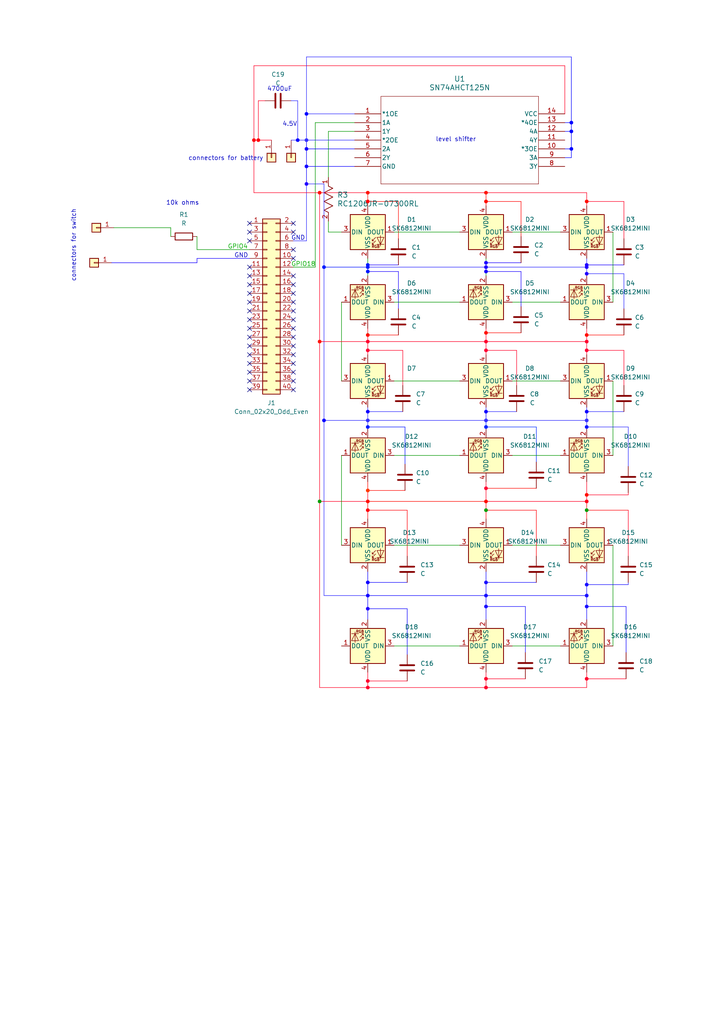
<source format=kicad_sch>
(kicad_sch (version 20230121) (generator eeschema)
  (paper "A4" portrait)
  (lib_symbols
    (symbol "Connector_Generic:Conn_01x01" (pin_names (offset 1.016) hide)
      (property "Reference" "J" (at 0 2.54 0))
      (property "Value" "Conn_01x01" (at 0 -2.54 0))
      (symbol "Conn_01x01_1_1"
        (rectangle (start -1.27 0.127) (end 0 -0.127) (stroke (width 0.1524)))
        (rectangle (start -1.27 1.27) (end 1.27 -1.27) (stroke (width 0.254)) (fill (type background)))
        (pin passive line (at -5.08 0 0) (length 3.81) (name "Pin_1") (number "1"))
      )
    )
    (symbol "Connector_Generic:Conn_02x20_Odd_Even" (pin_names (offset 1.016) hide)
      (property "Reference" "J" (at 1.27 25.4 0))
      (property "Value" "Conn_02x20_Odd_Even" (at 1.27 -27.94 0))
      (symbol "Conn_02x20_Odd_Even_1_1"
        (rectangle (start -1.27 -25.273) (end 0 -25.527) (stroke (width 0.1524)))
        (rectangle (start -1.27 -22.733) (end 0 -22.987) (stroke (width 0.1524)))
        (rectangle (start -1.27 -20.193) (end 0 -20.447) (stroke (width 0.1524)))
        (rectangle (start -1.27 -17.653) (end 0 -17.907) (stroke (width 0.1524)))
        (rectangle (start -1.27 -15.113) (end 0 -15.367) (stroke (width 0.1524)))
        (rectangle (start -1.27 -12.573) (end 0 -12.827) (stroke (width 0.1524)))
        (rectangle (start -1.27 -10.033) (end 0 -10.287) (stroke (width 0.1524)))
        (rectangle (start -1.27 -7.493) (end 0 -7.747) (stroke (width 0.1524)))
        (rectangle (start -1.27 -4.953) (end 0 -5.207) (stroke (width 0.1524)))
        (rectangle (start -1.27 -2.413) (end 0 -2.667) (stroke (width 0.1524)))
        (rectangle (start -1.27 0.127) (end 0 -0.127) (stroke (width 0.1524)))
        (rectangle (start -1.27 2.667) (end 0 2.413) (stroke (width 0.1524)))
        (rectangle (start -1.27 5.207) (end 0 4.953) (stroke (width 0.1524)))
        (rectangle (start -1.27 7.747) (end 0 7.493) (stroke (width 0.1524)))
        (rectangle (start -1.27 10.287) (end 0 10.033) (stroke (width 0.1524)))
        (rectangle (start -1.27 12.827) (end 0 12.573) (stroke (width 0.1524)))
        (rectangle (start -1.27 15.367) (end 0 15.113) (stroke (width 0.1524)))
        (rectangle (start -1.27 17.907) (end 0 17.653) (stroke (width 0.1524)))
        (rectangle (start -1.27 20.447) (end 0 20.193) (stroke (width 0.1524)))
        (rectangle (start -1.27 22.987) (end 0 22.733) (stroke (width 0.1524)))
        (rectangle (start -1.27 24.13) (end 3.81 -26.67) (stroke (width 0.254)) (fill (type background)))
        (rectangle (start 3.81 -25.273) (end 2.54 -25.527) (stroke (width 0.1524)))
        (rectangle (start 3.81 -22.733) (end 2.54 -22.987) (stroke (width 0.1524)))
        (rectangle (start 3.81 -20.193) (end 2.54 -20.447) (stroke (width 0.1524)))
        (rectangle (start 3.81 -17.653) (end 2.54 -17.907) (stroke (width 0.1524)))
        (rectangle (start 3.81 -15.113) (end 2.54 -15.367) (stroke (width 0.1524)))
        (rectangle (start 3.81 -12.573) (end 2.54 -12.827) (stroke (width 0.1524)))
        (rectangle (start 3.81 -10.033) (end 2.54 -10.287) (stroke (width 0.1524)))
        (rectangle (start 3.81 -7.493) (end 2.54 -7.747) (stroke (width 0.1524)))
        (rectangle (start 3.81 -4.953) (end 2.54 -5.207) (stroke (width 0.1524)))
        (rectangle (start 3.81 -2.413) (end 2.54 -2.667) (stroke (width 0.1524)))
        (rectangle (start 3.81 0.127) (end 2.54 -0.127) (stroke (width 0.1524)))
        (rectangle (start 3.81 2.667) (end 2.54 2.413) (stroke (width 0.1524)))
        (rectangle (start 3.81 5.207) (end 2.54 4.953) (stroke (width 0.1524)))
        (rectangle (start 3.81 7.747) (end 2.54 7.493) (stroke (width 0.1524)))
        (rectangle (start 3.81 10.287) (end 2.54 10.033) (stroke (width 0.1524)))
        (rectangle (start 3.81 12.827) (end 2.54 12.573) (stroke (width 0.1524)))
        (rectangle (start 3.81 15.367) (end 2.54 15.113) (stroke (width 0.1524)))
        (rectangle (start 3.81 17.907) (end 2.54 17.653) (stroke (width 0.1524)))
        (rectangle (start 3.81 20.447) (end 2.54 20.193) (stroke (width 0.1524)))
        (rectangle (start 3.81 22.987) (end 2.54 22.733) (stroke (width 0.1524)))
        (pin passive line (at -5.08 22.86 0) (length 3.81) (name "Pin_1") (number "1"))
        (pin passive line (at 7.62 12.7 180) (length 3.81) (name "Pin_10") (number "10"))
        (pin passive line (at -5.08 10.16 0) (length 3.81) (name "Pin_11") (number "11"))
        (pin passive line (at 7.62 10.16 180) (length 3.81) (name "Pin_12") (number "12"))
        (pin passive line (at -5.08 7.62 0) (length 3.81) (name "Pin_13") (number "13"))
        (pin passive line (at 7.62 7.62 180) (length 3.81) (name "Pin_14") (number "14"))
        (pin passive line (at -5.08 5.08 0) (length 3.81) (name "Pin_15") (number "15"))
        (pin passive line (at 7.62 5.08 180) (length 3.81) (name "Pin_16") (number "16"))
        (pin passive line (at -5.08 2.54 0) (length 3.81) (name "Pin_17") (number "17"))
        (pin passive line (at 7.62 2.54 180) (length 3.81) (name "Pin_18") (number "18"))
        (pin passive line (at -5.08 0 0) (length 3.81) (name "Pin_19") (number "19"))
        (pin passive line (at 7.62 22.86 180) (length 3.81) (name "Pin_2") (number "2"))
        (pin passive line (at 7.62 0 180) (length 3.81) (name "Pin_20") (number "20"))
        (pin passive line (at -5.08 -2.54 0) (length 3.81) (name "Pin_21") (number "21"))
        (pin passive line (at 7.62 -2.54 180) (length 3.81) (name "Pin_22") (number "22"))
        (pin passive line (at -5.08 -5.08 0) (length 3.81) (name "Pin_23") (number "23"))
        (pin passive line (at 7.62 -5.08 180) (length 3.81) (name "Pin_24") (number "24"))
        (pin passive line (at -5.08 -7.62 0) (length 3.81) (name "Pin_25") (number "25"))
        (pin passive line (at 7.62 -7.62 180) (length 3.81) (name "Pin_26") (number "26"))
        (pin passive line (at -5.08 -10.16 0) (length 3.81) (name "Pin_27") (number "27"))
        (pin passive line (at 7.62 -10.16 180) (length 3.81) (name "Pin_28") (number "28"))
        (pin passive line (at -5.08 -12.7 0) (length 3.81) (name "Pin_29") (number "29"))
        (pin passive line (at -5.08 20.32 0) (length 3.81) (name "Pin_3") (number "3"))
        (pin passive line (at 7.62 -12.7 180) (length 3.81) (name "Pin_30") (number "30"))
        (pin passive line (at -5.08 -15.24 0) (length 3.81) (name "Pin_31") (number "31"))
        (pin passive line (at 7.62 -15.24 180) (length 3.81) (name "Pin_32") (number "32"))
        (pin passive line (at -5.08 -17.78 0) (length 3.81) (name "Pin_33") (number "33"))
        (pin passive line (at 7.62 -17.78 180) (length 3.81) (name "Pin_34") (number "34"))
        (pin passive line (at -5.08 -20.32 0) (length 3.81) (name "Pin_35") (number "35"))
        (pin passive line (at 7.62 -20.32 180) (length 3.81) (name "Pin_36") (number "36"))
        (pin passive line (at -5.08 -22.86 0) (length 3.81) (name "Pin_37") (number "37"))
        (pin passive line (at 7.62 -22.86 180) (length 3.81) (name "Pin_38") (number "38"))
        (pin passive line (at -5.08 -25.4 0) (length 3.81) (name "Pin_39") (number "39"))
        (pin passive line (at 7.62 20.32 180) (length 3.81) (name "Pin_4") (number "4"))
        (pin passive line (at 7.62 -25.4 180) (length 3.81) (name "Pin_40") (number "40"))
        (pin passive line (at -5.08 17.78 0) (length 3.81) (name "Pin_5") (number "5"))
        (pin passive line (at 7.62 17.78 180) (length 3.81) (name "Pin_6") (number "6"))
        (pin passive line (at -5.08 15.24 0) (length 3.81) (name "Pin_7") (number "7"))
        (pin passive line (at 7.62 15.24 180) (length 3.81) (name "Pin_8") (number "8"))
        (pin passive line (at -5.08 12.7 0) (length 3.81) (name "Pin_9") (number "9"))
      )
    )
    (symbol "Device:C" (pin_numbers hide) (pin_names (offset 0.254))
      (property "Reference" "C" (at 0.635 2.54 0))
      (property "Value" "C" (at 0.635 -2.54 0))
      (symbol "C_0_1"
        (polyline (pts (xy -2.032 -0.762) (xy 2.032 -0.762)) (stroke (width 0.508)))
        (polyline (pts (xy -2.032 0.762) (xy 2.032 0.762)) (stroke (width 0.508)))
      )
      (symbol "C_1_1"
        (pin passive line (at 0 3.81 270) (length 2.794) (name "~") (number "1"))
        (pin passive line (at 0 -3.81 90) (length 2.794) (name "~") (number "2"))
      )
    )
    (symbol "Device:R" (pin_numbers hide) (pin_names (offset 0))
      (property "Reference" "R" (at 2.032 0 90))
      (property "Value" "R" (at 0 0 90))
      (symbol "R_0_1"
        (rectangle (start -1.016 -2.54) (end 1.016 2.54) (stroke (width 0.254)))
      )
      (symbol "R_1_1"
        (pin passive line (at 0 3.81 270) (length 1.27) (name "~") (number "1"))
        (pin passive line (at 0 -3.81 90) (length 1.27) (name "~") (number "2"))
      )
    )
    (symbol "LED:SK6812MINI" (pin_names (offset 0.254))
      (property "Reference" "D" (at 5.08 5.715 0))
      (property "Value" "SK6812MINI" (at 1.27 -5.715 0))
      (symbol "SK6812MINI_0_0"
        (text "RGB" (at 2.286 -4.191 0) (effects (font (size 0.762 0.762))))
      )
      (symbol "SK6812MINI_0_1"
        (polyline (pts (xy 1.27 -3.556) (xy 1.778 -3.556)))
        (polyline (pts (xy 1.27 -2.54) (xy 1.778 -2.54)))
        (polyline (pts (xy 4.699 -3.556) (xy 2.667 -3.556)))
        (polyline (pts (xy 2.286 -2.54) (xy 1.27 -3.556) (xy 1.27 -3.048)))
        (polyline (pts (xy 2.286 -1.524) (xy 1.27 -2.54) (xy 1.27 -2.032)))
        (polyline (pts (xy 3.683 -1.016) (xy 3.683 -3.556) (xy 3.683 -4.064)))
        (polyline (pts (xy 4.699 -1.524) (xy 2.667 -1.524) (xy 3.683 -3.556) (xy 4.699 -1.524)))
        (rectangle (start 5.08 5.08) (end -5.08 -5.08) (stroke (width 0.254)) (fill (type background)))
      )
      (symbol "SK6812MINI_1_1"
        (pin output line (at 7.62 0 180) (length 2.54) (name "DOUT") (number "1"))
        (pin power_in line (at 0 -7.62 90) (length 2.54) (name "VSS") (number "2"))
        (pin input line (at -7.62 0 0) (length 2.54) (name "DIN") (number "3"))
        (pin power_in line (at 0 7.62 270) (length 2.54) (name "VDD") (number "4"))
      )
    )
    (symbol "RC1206JR-07300RL:RC1206JR-07300RL" (pin_names (offset 0.254))
      (property "Reference" "R" (at 5.715 3.81 0))
      (property "Value" "RC1206JR-07300RL" (at 6.35 -3.81 0))
      (symbol "RC1206JR-07300RL_1_1"
        (polyline (pts (xy 2.54 0) (xy 3.175 1.27)) (stroke (width 0.2032)))
        (polyline (pts (xy 3.175 1.27) (xy 4.445 -1.27)) (stroke (width 0.2032)))
        (polyline (pts (xy 4.445 -1.27) (xy 5.715 1.27)) (stroke (width 0.2032)))
        (polyline (pts (xy 5.715 1.27) (xy 6.985 -1.27)) (stroke (width 0.2032)))
        (polyline (pts (xy 6.985 -1.27) (xy 8.255 1.27)) (stroke (width 0.2032)))
        (polyline (pts (xy 8.255 1.27) (xy 9.525 -1.27)) (stroke (width 0.2032)))
        (polyline (pts (xy 9.525 -1.27) (xy 10.16 0)) (stroke (width 0.2032)))
        (pin unspecified line (at 12.7 0 180) (length 2.54) (name "") (number "1"))
        (pin unspecified line (at 0 0 0) (length 2.54) (name "") (number "2"))
      )
      (symbol "RC1206JR-07300RL_1_2"
        (polyline (pts (xy -1.27 3.175) (xy 1.27 4.445)) (stroke (width 0.2032)))
        (polyline (pts (xy -1.27 5.715) (xy 1.27 6.985)) (stroke (width 0.2032)))
        (polyline (pts (xy -1.27 8.255) (xy 1.27 9.525)) (stroke (width 0.2032)))
        (polyline (pts (xy 0 2.54) (xy -1.27 3.175)) (stroke (width 0.2032)))
        (polyline (pts (xy 1.27 4.445) (xy -1.27 5.715)) (stroke (width 0.2032)))
        (polyline (pts (xy 1.27 6.985) (xy -1.27 8.255)) (stroke (width 0.2032)))
        (polyline (pts (xy 1.27 9.525) (xy 0 10.16)) (stroke (width 0.2032)))
        (pin unspecified line (at 0 12.7 270) (length 2.54) (name "") (number "1"))
        (pin unspecified line (at 0 0 90) (length 2.54) (name "") (number "2"))
      )
    )
    (symbol "SN74AHCT125N:SN74AHCT125N" (pin_names (offset 0.254))
      (property "Reference" "U" (at 30.48 10.16 0))
      (property "Value" "SN74AHCT125N" (at 30.48 7.62 0))
      (symbol "SN74AHCT125N_0_1"
        (polyline (pts (xy 7.62 -20.32) (xy 53.34 -20.32)) (stroke (width 0.127)))
        (polyline (pts (xy 7.62 5.08) (xy 7.62 -20.32)) (stroke (width 0.127)))
        (polyline (pts (xy 53.34 -20.32) (xy 53.34 5.08)) (stroke (width 0.127)))
        (polyline (pts (xy 53.34 5.08) (xy 7.62 5.08)) (stroke (width 0.127)))
        (pin input line (at 0 0 0) (length 7.62) (name "*1OE") (number "1"))
        (pin input line (at 60.96 -10.16 180) (length 7.62) (name "*3OE") (number "10"))
        (pin unspecified line (at 60.96 -7.62 180) (length 7.62) (name "4Y") (number "11"))
        (pin input line (at 60.96 -5.08 180) (length 7.62) (name "4A") (number "12"))
        (pin input line (at 60.96 -2.54 180) (length 7.62) (name "*4OE") (number "13"))
        (pin power_in line (at 60.96 0 180) (length 7.62) (name "VCC") (number "14"))
        (pin input line (at 0 -2.54 0) (length 7.62) (name "1A") (number "2"))
        (pin unspecified line (at 0 -5.08 0) (length 7.62) (name "1Y") (number "3"))
        (pin input line (at 0 -7.62 0) (length 7.62) (name "*2OE") (number "4"))
        (pin input line (at 0 -10.16 0) (length 7.62) (name "2A") (number "5"))
        (pin unspecified line (at 0 -12.7 0) (length 7.62) (name "2Y") (number "6"))
        (pin power_in line (at 0 -15.24 0) (length 7.62) (name "GND") (number "7"))
        (pin unspecified line (at 60.96 -15.24 180) (length 7.62) (name "3Y") (number "8"))
        (pin input line (at 60.96 -12.7 180) (length 7.62) (name "3A") (number "9"))
      )
    )
  )
  (junction (at 106.68 123.825) (color 0 18 255 1))
  (junction (at 88.9 48.26) (color 10 0 255 1))
  (junction (at 170.18 119.38) (color 8 0 255 1))
  (junction (at 140.97 77.47) (color 18 0 255 1))
  (junction (at 170.18 147.955))
  (junction (at 140.97 121.92) (color 45 41 255 1))
  (junction (at 106.68 77.47) (color 0 18 255 1))
  (junction (at 74.93 40.64) (color 255 0 6 1))
  (junction (at 106.68 99.06) (color 255 0 39 1))
  (junction (at 140.97 123.825) (color 0 25 255 1))
  (junction (at 93.98 77.47) (color 0 18 255 1))
  (junction (at 106.68 172.72) (color 10 0 255 1))
  (junction (at 140.97 78.74) (color 18 0 255 1))
  (junction (at 140.97 141.605) (color 255 2 43 1))
  (junction (at 140.97 175.895) (color 16 7 255 1))
  (junction (at 106.68 197.485) (color 255 0 37 1))
  (junction (at 106.68 58.42) (color 255 0 4 1))
  (junction (at 170.18 76.835) (color 25 0 255 1))
  (junction (at 140.97 147.955))
  (junction (at 140.97 55.88) (color 255 13 6 1))
  (junction (at 140.97 58.42) (color 255 7 0 1))
  (junction (at 140.97 119.38) (color 8 0 255 1))
  (junction (at 170.18 97.155) (color 255 7 0 1))
  (junction (at 92.71 99.06) (color 255 13 6 1))
  (junction (at 106.68 78.74) (color 0 18 255 1))
  (junction (at 106.68 119.38) (color 8 0 255 1))
  (junction (at 170.18 172.72) (color 16 7 255 1))
  (junction (at 140.97 199.39) (color 255 0 37 1))
  (junction (at 92.71 145.415))
  (junction (at 140.97 96.52) (color 255 7 0 1))
  (junction (at 165.735 43.18) (color 0 0 255 1))
  (junction (at 170.18 123.825) (color 5 12 255 1))
  (junction (at 165.735 38.1) (color 0 0 255 1))
  (junction (at 106.68 145.415) (color 255 7 0 1))
  (junction (at 106.68 55.88) (color 255 13 6 1))
  (junction (at 140.97 168.91) (color 16 7 255 1))
  (junction (at 73.66 40.64) (color 255 0 6 1))
  (junction (at 86.36 40.64) (color 3 2 255 1))
  (junction (at 106.68 168.91) (color 10 0 255 1))
  (junction (at 140.97 99.06) (color 255 0 39 1))
  (junction (at 106.68 199.39) (color 255 0 37 1))
  (junction (at 88.9 33.02) (color 0 0 255 1))
  (junction (at 170.18 196.85) (color 255 0 37 1))
  (junction (at 170.18 79.375) (color 25 0 255 1))
  (junction (at 106.68 76.835) (color 0 18 255 1))
  (junction (at 170.18 101.6) (color 255 0 45 1))
  (junction (at 106.68 121.92) (color 45 41 255 1))
  (junction (at 106.68 176.53) (color 25 0 255 1))
  (junction (at 140.97 196.85) (color 255 0 37 1))
  (junction (at 88.9 53.34) (color 25 0 255 1))
  (junction (at 106.68 142.24) (color 255 49 0 1))
  (junction (at 170.18 121.92) (color 45 41 255 1))
  (junction (at 92.71 55.88) (color 255 13 6 1))
  (junction (at 170.18 145.415) (color 255 0 19 1))
  (junction (at 93.98 121.92) (color 4 0 255 1))
  (junction (at 170.18 169.545) (color 16 7 255 1))
  (junction (at 140.97 76.2) (color 18 0 255 1))
  (junction (at 170.18 99.06) (color 255 0 39 1))
  (junction (at 106.68 101.6) (color 255 0 45 1))
  (junction (at 140.97 101.6) (color 255 0 45 1))
  (junction (at 106.68 147.955) (color 255 0 7 1))
  (junction (at 88.9 40.64) (color 45 41 255 1))
  (junction (at 140.97 145.415) (color 255 7 0 1))
  (junction (at 106.68 97.155) (color 255 7 0 1))
  (junction (at 170.18 143.51) (color 255 7 0 1))
  (junction (at 140.97 172.72) (color 16 7 255 1))
  (junction (at 170.18 175.895) (color 16 7 255 1))
  (junction (at 88.9 43.18) (color 10 0 255 1))
  (junction (at 165.735 35.56) (color 0 0 255 1))
  (junction (at 170.18 58.42) (color 255 7 0 1))
  (junction (at 170.18 77.47) (color 25 0 255 1))
  (no_connect (at 72.39 80.01))
  (no_connect (at 72.39 100.33))
  (no_connect (at 85.09 107.95))
  (no_connect (at 72.39 67.31))
  (no_connect (at 85.09 92.71))
  (no_connect (at 72.39 92.71))
  (no_connect (at 72.39 82.55))
  (no_connect (at 85.09 113.03))
  (no_connect (at 72.39 113.03))
  (no_connect (at 85.09 67.31))
  (no_connect (at 72.39 107.95))
  (no_connect (at 72.39 95.25))
  (no_connect (at 85.09 110.49))
  (no_connect (at 85.09 90.17))
  (no_connect (at 72.39 69.85))
  (no_connect (at 85.09 72.39))
  (no_connect (at 72.39 85.09))
  (no_connect (at 85.09 82.55))
  (no_connect (at 72.39 105.41))
  (no_connect (at 85.09 100.33))
  (no_connect (at 85.09 74.93))
  (no_connect (at 85.09 87.63))
  (no_connect (at 72.39 97.79))
  (no_connect (at 85.09 102.87))
  (no_connect (at 72.39 87.63))
  (no_connect (at 72.39 102.87))
  (no_connect (at 72.39 64.77))
  (no_connect (at 72.39 90.17))
  (no_connect (at 72.39 110.49))
  (no_connect (at 85.09 105.41))
  (no_connect (at 85.09 95.25))
  (no_connect (at 85.09 80.01))
  (no_connect (at 85.09 97.79))
  (no_connect (at 72.39 77.47))
  (no_connect (at 85.09 85.09))
  (no_connect (at 85.09 64.77))
  (wire (pts (xy 140.97 141.605) (xy 140.97 145.415)) (stroke (width 0) (color 255 0 36 1)))
  (wire (pts (xy 140.97 145.415) (xy 170.18 145.415)) (stroke (width 0) (color 255 0 36 1)))
  (wire (pts (xy 88.9 43.18) (xy 88.9 48.26)) (stroke (width 0) (color 10 0 255 1)))
  (wire (pts (xy 85.09 69.85) (xy 88.9 69.85)) (stroke (width 0) (color 45 41 255 1)))
  (wire (pts (xy 140.97 77.47) (xy 140.97 78.74)) (stroke (width 0) (color 18 0 255 1)))
  (wire (pts (xy 73.66 40.64) (xy 73.66 55.88)) (stroke (width 0) (color 255 0 36 1)))
  (wire (pts (xy 88.9 48.26) (xy 102.87 48.26)) (stroke (width 0) (color 10 0 255 1)))
  (wire (pts (xy 85.09 77.47) (xy 91.44 77.47)))
  (wire (pts (xy 88.9 16.51) (xy 165.735 16.51)) (stroke (width 0) (color 45 41 255 1)))
  (wire (pts (xy 140.97 101.6) (xy 149.86 101.6)) (stroke (width 0) (color 255 0 39 1)))
  (wire (pts (xy 106.68 172.72) (xy 140.97 172.72)) (stroke (width 0) (color 16 7 255 1)))
  (wire (pts (xy 148.59 132.08) (xy 162.56 132.08)))
  (wire (pts (xy 140.97 121.92) (xy 170.18 121.92)) (stroke (width 0) (color 45 41 255 1)))
  (wire (pts (xy 170.18 143.51) (xy 182.245 143.51)) (stroke (width 0) (color 255 0 36 1)))
  (wire (pts (xy 170.18 119.38) (xy 170.18 118.11)) (stroke (width 0) (color 45 41 255 1)))
  (wire (pts (xy 106.68 119.38) (xy 116.84 119.38)) (stroke (width 0) (color 45 41 255 1)))
  (wire (pts (xy 106.68 118.11) (xy 106.68 119.38)) (stroke (width 0) (color 45 41 255 1)))
  (wire (pts (xy 170.18 123.825) (xy 182.245 123.825)) (stroke (width 0) (color 45 41 255 1)))
  (wire (pts (xy 106.68 95.25) (xy 106.68 97.155)) (stroke (width 0) (color 255 0 39 1)))
  (wire (pts (xy 88.9 40.64) (xy 88.9 43.18)) (stroke (width 0) (color 10 0 255 1)))
  (wire (pts (xy 73.66 19.05) (xy 73.66 40.64)) (stroke (width 0) (color 255 0 36 1)))
  (wire (pts (xy 114.3 187.325) (xy 133.35 187.325)))
  (wire (pts (xy 170.18 147.955) (xy 182.245 147.955)) (stroke (width 0) (color 255 0 7 1)))
  (wire (pts (xy 106.68 176.53) (xy 106.68 179.705)) (stroke (width 0) (color 10 0 255 1)))
  (wire (pts (xy 88.9 33.02) (xy 102.87 33.02)) (stroke (width 0) (color 45 41 255 1)))
  (wire (pts (xy 170.18 77.47) (xy 170.18 79.375)) (stroke (width 0) (color 45 41 255 1)))
  (wire (pts (xy 155.575 141.605) (xy 140.97 141.605)) (stroke (width 0) (color 255 7 0 1)))
  (wire (pts (xy 117.475 134.62) (xy 117.475 123.825)) (stroke (width 0) (color 0 18 255 1)))
  (wire (pts (xy 140.97 168.91) (xy 140.97 172.72)) (stroke (width 0) (color 16 7 255 1)))
  (wire (pts (xy 140.97 96.52) (xy 151.13 96.52)) (stroke (width 0) (color 255 7 0 1)))
  (wire (pts (xy 32.385 76.2) (xy 57.15 76.2)) (stroke (width 0) (color 20 0 255 1)))
  (wire (pts (xy 115.57 58.42) (xy 115.57 69.215)) (stroke (width 0) (color 255 13 6 1)))
  (wire (pts (xy 102.87 38.1) (xy 95.25 38.1)))
  (wire (pts (xy 88.9 43.18) (xy 102.87 43.18)) (stroke (width 0) (color 10 0 255 1)))
  (wire (pts (xy 140.97 196.85) (xy 152.4 196.85)) (stroke (width 0) (color 255 0 37 1)))
  (wire (pts (xy 106.68 147.955) (xy 106.68 150.495)) (stroke (width 0) (color 255 0 7 1)))
  (wire (pts (xy 106.68 55.88) (xy 106.68 58.42)) (stroke (width 0) (color 255 13 6 1)))
  (wire (pts (xy 140.97 119.38) (xy 149.86 119.38)) (stroke (width 0) (color 45 41 255 1)))
  (wire (pts (xy 106.68 78.74) (xy 115.57 78.74)) (stroke (width 0) (color 25 0 255 1)))
  (wire (pts (xy 114.3 87.63) (xy 133.35 87.63)))
  (wire (pts (xy 163.83 38.1) (xy 165.735 38.1)) (stroke (width 0) (color 0 0 255 1)))
  (wire (pts (xy 93.98 77.47) (xy 106.68 77.47)) (stroke (width 0) (color 0 18 255 1)))
  (wire (pts (xy 106.68 76.835) (xy 106.68 77.47)) (stroke (width 0) (color 0 18 255 1)))
  (wire (pts (xy 106.68 145.415) (xy 140.97 145.415)) (stroke (width 0) (color 255 7 0 1)))
  (wire (pts (xy 170.18 74.93) (xy 170.18 76.835)) (stroke (width 0) (color 45 41 255 1)))
  (wire (pts (xy 99.06 132.08) (xy 99.06 158.115)))
  (wire (pts (xy 140.97 139.7) (xy 140.97 141.605)) (stroke (width 0) (color 255 0 36 1)))
  (wire (pts (xy 93.98 53.34) (xy 93.98 77.47)) (stroke (width 0) (color 45 41 255 1)))
  (wire (pts (xy 165.735 43.18) (xy 165.735 45.72)) (stroke (width 0) (color 0 0 255 1)))
  (wire (pts (xy 93.98 77.47) (xy 93.98 121.92)) (stroke (width 0) (color 45 41 255 1)))
  (wire (pts (xy 106.68 197.485) (xy 118.11 197.485)) (stroke (width 0) (color 255 0 37 1)))
  (wire (pts (xy 114.3 158.115) (xy 133.35 158.115)))
  (wire (pts (xy 148.59 87.63) (xy 162.56 87.63)))
  (wire (pts (xy 140.97 99.06) (xy 140.97 101.6)) (stroke (width 0) (color 255 0 39 1)))
  (wire (pts (xy 73.66 55.88) (xy 92.71 55.88)) (stroke (width 0) (color 255 0 36 1)))
  (wire (pts (xy 170.18 97.155) (xy 170.18 99.06)) (stroke (width 0) (color 255 0 39 1)))
  (wire (pts (xy 106.68 74.93) (xy 106.68 76.835)))
  (wire (pts (xy 114.3 67.31) (xy 133.35 67.31)))
  (wire (pts (xy 170.18 76.835) (xy 170.18 77.47)) (stroke (width 0) (color 25 0 255 1)))
  (wire (pts (xy 106.68 194.945) (xy 106.68 197.485)) (stroke (width 0) (color 255 0 36 1)))
  (wire (pts (xy 148.59 187.325) (xy 162.56 187.325)))
  (wire (pts (xy 117.475 123.825) (xy 106.68 123.825)) (stroke (width 0) (color 0 18 255 1)))
  (wire (pts (xy 95.25 67.31) (xy 99.06 67.31)))
  (wire (pts (xy 170.18 79.375) (xy 180.975 79.375)) (stroke (width 0) (color 45 41 255 1)))
  (wire (pts (xy 106.68 168.91) (xy 106.68 172.72)) (stroke (width 0) (color 10 0 255 1)))
  (wire (pts (xy 106.68 99.06) (xy 140.97 99.06)) (stroke (width 0) (color 255 0 39 1)))
  (wire (pts (xy 106.68 121.92) (xy 140.97 121.92)) (stroke (width 0) (color 45 41 255 1)))
  (wire (pts (xy 140.97 99.06) (xy 170.18 99.06)) (stroke (width 0) (color 255 0 39 1)))
  (wire (pts (xy 73.66 19.05) (xy 163.83 19.05)) (stroke (width 0) (color 255 0 36 1)))
  (wire (pts (xy 165.735 16.51) (xy 165.735 35.56)) (stroke (width 0) (color 0 0 255 1)))
  (wire (pts (xy 170.18 95.25) (xy 170.18 97.155)) (stroke (width 0) (color 255 0 39 1)))
  (wire (pts (xy 106.6292 172.72) (xy 106.68 172.72)) (stroke (width 0) (color 10 0 255 1)))
  (wire (pts (xy 106.68 101.6) (xy 106.68 102.87)) (stroke (width 0) (color 255 0 36 1)))
  (wire (pts (xy 106.68 101.6) (xy 116.84 101.6)) (stroke (width 0) (color 255 0 36 1)))
  (wire (pts (xy 106.68 78.74) (xy 106.68 77.47)) (stroke (width 0) (color 0 18 255 1)))
  (wire (pts (xy 170.18 169.545) (xy 182.245 169.545)) (stroke (width 0) (color 16 7 255 1)))
  (wire (pts (xy 86.36 29.21) (xy 84.455 29.21)) (stroke (width 0) (color 45 41 255 1)))
  (wire (pts (xy 170.18 196.85) (xy 170.18 194.945)) (stroke (width 0) (color 255 0 36 1)))
  (wire (pts (xy 170.18 147.955) (xy 170.18 150.495)) (stroke (width 0) (color 255 0 7 1)))
  (wire (pts (xy 170.18 121.92) (xy 170.18 123.825)) (stroke (width 0) (color 45 41 255 1)))
  (wire (pts (xy 140.97 196.85) (xy 140.97 199.39)) (stroke (width 0) (color 255 0 37 1)))
  (wire (pts (xy 88.9 53.34) (xy 88.9 69.85)) (stroke (width 0) (color 45 41 255 1)))
  (wire (pts (xy 106.68 55.88) (xy 140.97 55.88)) (stroke (width 0) (color 255 0 36 1)))
  (wire (pts (xy 170.18 99.06) (xy 170.18 101.6)) (stroke (width 0) (color 255 0 39 1)))
  (wire (pts (xy 140.97 76.2) (xy 151.13 76.2)) (stroke (width 0) (color 25 0 255 1)))
  (wire (pts (xy 140.97 101.6) (xy 140.97 102.87)) (stroke (width 0) (color 255 0 39 1)))
  (wire (pts (xy 74.93 29.21) (xy 74.93 40.64)) (stroke (width 0) (color 255 0 36 1)))
  (wire (pts (xy 92.71 199.39) (xy 106.68 199.39)) (stroke (width 0) (color 255 0 36 1)))
  (wire (pts (xy 84.455 40.64) (xy 86.36 40.64)) (stroke (width 0) (color 45 41 255 1)))
  (wire (pts (xy 106.68 147.955) (xy 118.11 147.955)) (stroke (width 0) (color 255 0 7 1)))
  (wire (pts (xy 177.8 158.115) (xy 177.8 187.325)))
  (wire (pts (xy 106.68 142.24) (xy 117.475 142.24)) (stroke (width 0) (color 255 7 0 1)))
  (wire (pts (xy 148.59 110.49) (xy 162.56 110.49)))
  (wire (pts (xy 106.68 145.415) (xy 106.68 147.955)) (stroke (width 0) (color 255 0 7 1)))
  (wire (pts (xy 182.245 169.545) (xy 182.245 168.91)) (stroke (width 0) (color 45 41 255 1)))
  (wire (pts (xy 170.18 58.42) (xy 180.975 58.42)) (stroke (width 0) (color 255 0 36 1)))
  (wire (pts (xy 181.61 175.895) (xy 181.61 189.23)) (stroke (width 0) (color 10 0 255 1)))
  (wire (pts (xy 140.97 175.895) (xy 140.97 179.705)) (stroke (width 0) (color 16 7 255 1)))
  (wire (pts (xy 140.97 168.91) (xy 155.575 168.91)) (stroke (width 0) (color 16 7 255 1)))
  (wire (pts (xy 163.83 19.05) (xy 163.83 33.02)) (stroke (width 0) (color 255 0 36 1)))
  (wire (pts (xy 57.15 74.93) (xy 72.39 74.93)) (stroke (width 0) (color 20 0 255 1)))
  (wire (pts (xy 140.97 77.47) (xy 170.18 77.47)) (stroke (width 0) (color 45 41 255 1)))
  (wire (pts (xy 140.97 147.955) (xy 140.97 150.495)) (stroke (width 0) (color 255 0 7 1)))
  (wire (pts (xy 163.83 43.18) (xy 165.735 43.18)) (stroke (width 0) (color 0 0 255 1)))
  (wire (pts (xy 106.68 58.42) (xy 106.68 59.69)) (stroke (width 0) (color 255 13 6 1)))
  (wire (pts (xy 92.71 55.88) (xy 92.71 99.06)) (stroke (width 0) (color 255 0 36 1)))
  (wire (pts (xy 170.18 175.895) (xy 170.18 179.705)) (stroke (width 0) (color 16 7 255 1)))
  (wire (pts (xy 170.18 55.88) (xy 170.18 58.42)) (stroke (width 0) (color 255 0 36 1)))
  (wire (pts (xy 93.98 121.92) (xy 93.98 172.72)) (stroke (width 0) (color 45 41 255 1)))
  (wire (pts (xy 140.97 147.955) (xy 155.575 147.955)) (stroke (width 0) (color 255 0 7 1)))
  (wire (pts (xy 170.18 165.735) (xy 170.18 169.545)) (stroke (width 0) (color 16 7 255 1)))
  (wire (pts (xy 170.18 101.6) (xy 170.18 102.87)) (stroke (width 0) (color 255 0 39 1)))
  (wire (pts (xy 140.97 123.825) (xy 155.575 123.825)) (stroke (width 0) (color 0 41 255 1)))
  (wire (pts (xy 95.25 38.1) (xy 95.25 51.435)))
  (wire (pts (xy 118.11 147.955) (xy 118.11 161.29)) (stroke (width 0) (color 255 0 7 1)))
  (wire (pts (xy 170.18 119.38) (xy 180.975 119.38)) (stroke (width 0) (color 45 41 255 1)))
  (wire (pts (xy 57.15 72.39) (xy 57.15 68.58)))
  (wire (pts (xy 152.4 175.895) (xy 152.4 189.23)) (stroke (width 0) (color 16 7 255 1)))
  (wire (pts (xy 106.68 58.42) (xy 115.57 58.42)) (stroke (width 0) (color 255 7 0 1)))
  (wire (pts (xy 140.97 76.2) (xy 140.97 77.47)) (stroke (width 0) (color 18 0 255 1)))
  (wire (pts (xy 92.71 145.415) (xy 92.71 199.39)) (stroke (width 0) (color 255 0 36 1)))
  (wire (pts (xy 140.97 175.895) (xy 152.4 175.895)) (stroke (width 0) (color 16 7 255 1)))
  (wire (pts (xy 88.9 33.02) (xy 88.9 16.51)) (stroke (width 0) (color 45 41 255 1)))
  (wire (pts (xy 140.97 74.93) (xy 140.97 76.2)))
  (wire (pts (xy 106.68 197.485) (xy 106.68 199.39)) (stroke (width 0) (color 255 0 37 1)))
  (wire (pts (xy 57.15 72.39) (xy 72.39 72.39)))
  (wire (pts (xy 182.245 143.51) (xy 182.245 142.875)) (stroke (width 0) (color 255 0 36 1)))
  (wire (pts (xy 115.57 78.74) (xy 115.57 89.535)) (stroke (width 0) (color 25 0 255 1)))
  (wire (pts (xy 163.83 45.72) (xy 165.735 45.72)) (stroke (width 0) (color 0 0 255 1)))
  (wire (pts (xy 170.18 175.895) (xy 181.61 175.895)) (stroke (width 0) (color 16 7 255 1)))
  (wire (pts (xy 92.71 99.06) (xy 106.68 99.06)) (stroke (width 0) (color 255 0 36 1)))
  (wire (pts (xy 106.68 97.155) (xy 106.68 96.52)))
  (wire (pts (xy 170.18 172.72) (xy 170.18 175.895)) (stroke (width 0) (color 16 7 255 1)))
  (wire (pts (xy 106.68 80.01) (xy 106.68 78.74)))
  (wire (pts (xy 170.18 101.6) (xy 180.975 101.6)) (stroke (width 0) (color 255 0 39 1)))
  (wire (pts (xy 92.71 99.06) (xy 92.71 145.415)) (stroke (width 0) (color 255 0 36 1)))
  (wire (pts (xy 93.98 121.92) (xy 106.68 121.92)) (stroke (width 0) (color 45 41 255 1)))
  (wire (pts (xy 140.97 96.52) (xy 140.97 99.06)) (stroke (width 0) (color 255 0 39 1)))
  (wire (pts (xy 106.68 172.72) (xy 106.68 176.53)) (stroke (width 0) (color 10 0 255 1)))
  (wire (pts (xy 86.36 40.64) (xy 88.9 40.64)) (stroke (width 0) (color 45 41 255 1)))
  (wire (pts (xy 170.18 145.415) (xy 170.18 147.955)) (stroke (width 0) (color 255 0 7 1)))
  (wire (pts (xy 106.68 165.735) (xy 106.68 168.91)) (stroke (width 0) (color 10 0 255 1)))
  (wire (pts (xy 140.97 172.72) (xy 140.97 175.895)) (stroke (width 0) (color 16 7 255 1)))
  (wire (pts (xy 140.97 145.415) (xy 140.97 147.955)) (stroke (width 0) (color 255 0 7 1)))
  (wire (pts (xy 140.97 55.88) (xy 140.97 58.42)) (stroke (width 0) (color 255 0 0 1)))
  (wire (pts (xy 148.59 158.115) (xy 162.56 158.115)))
  (wire (pts (xy 140.97 58.42) (xy 140.97 59.69)) (stroke (width 0) (color 255 0 0 1)))
  (wire (pts (xy 165.735 38.1) (xy 165.735 43.18)) (stroke (width 0) (color 0 0 255 1)))
  (wire (pts (xy 88.9 48.26) (xy 88.9 53.34)) (stroke (width 0) (color 10 0 255 1)))
  (wire (pts (xy 118.11 176.53) (xy 118.11 189.865)) (stroke (width 0) (color 10 0 255 1)))
  (wire (pts (xy 170.18 79.375) (xy 170.18 80.01)) (stroke (width 0) (color 45 41 255 1)))
  (wire (pts (xy 106.68 77.47) (xy 140.97 77.47)) (stroke (width 0) (color 45 41 255 1)))
  (wire (pts (xy 140.97 194.945) (xy 140.97 196.85)) (stroke (width 0) (color 255 0 36 1)))
  (wire (pts (xy 114.3 110.49) (xy 133.35 110.49)))
  (wire (pts (xy 114.3 132.08) (xy 133.35 132.08)))
  (wire (pts (xy 140.97 58.42) (xy 151.13 58.42)) (stroke (width 0) (color 255 0 0 1)))
  (wire (pts (xy 92.71 145.415) (xy 106.68 145.415)) (stroke (width 0) (color 255 0 36 1)))
  (wire (pts (xy 170.18 143.51) (xy 170.18 145.415)) (stroke (width 0) (color 255 0 36 1)))
  (wire (pts (xy 151.13 78.74) (xy 151.13 88.9)) (stroke (width 0) (color 25 0 255 1)))
  (wire (pts (xy 149.86 101.6) (xy 149.86 111.76)) (stroke (width 0) (color 255 0 39 1)))
  (wire (pts (xy 148.59 67.31) (xy 162.56 67.31)))
  (wire (pts (xy 86.36 40.64) (xy 86.36 29.21)) (stroke (width 0) (color 45 41 255 1)))
  (wire (pts (xy 92.71 55.88) (xy 106.68 55.88)) (stroke (width 0) (color 255 0 36 1)))
  (wire (pts (xy 180.975 79.375) (xy 180.975 89.535)) (stroke (width 0) (color 45 41 255 1)))
  (wire (pts (xy 163.83 35.56) (xy 165.735 35.56)) (stroke (width 0) (color 0 0 255 1)))
  (wire (pts (xy 140.97 172.72) (xy 170.18 172.72)) (stroke (width 0) (color 16 7 255 1)))
  (wire (pts (xy 106.68 97.155) (xy 106.68 99.06)) (stroke (width 0) (color 255 0 39 1)))
  (wire (pts (xy 140.97 121.92) (xy 140.97 123.825)) (stroke (width 0) (color 0 41 255 1)))
  (wire (pts (xy 155.575 147.955) (xy 155.575 161.29)) (stroke (width 0) (color 255 0 7 1)))
  (wire (pts (xy 93.98 172.72) (xy 106.68 172.72)) (stroke (width 0) (color 45 41 255 1)))
  (wire (pts (xy 182.245 123.825) (xy 182.245 135.255)) (stroke (width 0) (color 45 41 255 1)))
  (wire (pts (xy 140.97 123.825) (xy 140.97 124.46)) (stroke (width 0) (color 0 41 255 1)))
  (wire (pts (xy 106.68 123.825) (xy 106.68 124.46)) (stroke (width 0) (color 0 18 255 1)))
  (wire (pts (xy 33.02 66.04) (xy 49.53 66.04)))
  (wire (pts (xy 99.06 87.63) (xy 99.06 110.49)))
  (wire (pts (xy 170.18 169.545) (xy 170.18 172.72)) (stroke (width 0) (color 16 7 255 1)))
  (wire (pts (xy 180.975 58.42) (xy 180.975 69.215)) (stroke (width 0) (color 255 0 36 1)))
  (wire (pts (xy 91.44 77.47) (xy 91.44 35.56)))
  (wire (pts (xy 57.15 74.93) (xy 57.15 76.2)) (stroke (width 0) (color 20 0 255 1)))
  (wire (pts (xy 140.97 78.74) (xy 140.97 80.01)))
  (wire (pts (xy 140.97 199.39) (xy 170.18 199.39)) (stroke (width 0) (color 255 0 37 1)))
  (wire (pts (xy 151.13 58.42) (xy 151.13 68.58)) (stroke (width 0) (color 255 0 0 1)))
  (wire (pts (xy 140.97 55.88) (xy 170.18 55.88)) (stroke (width 0) (color 255 0 36 1)))
  (wire (pts (xy 140.97 119.38) (xy 140.97 121.92)) (stroke (width 0) (color 8 0 255 1)))
  (wire (pts (xy 170.18 76.835) (xy 180.975 76.835)) (stroke (width 0) (color 25 0 255 1)))
  (wire (pts (xy 106.68 168.91) (xy 118.11 168.91)) (stroke (width 0) (color 10 0 255 1)))
  (wire (pts (xy 140.97 95.25) (xy 140.97 96.52)) (stroke (width 0) (color 255 0 39 1)))
  (wire (pts (xy 91.44 35.56) (xy 102.87 35.56)))
  (wire (pts (xy 88.9 53.34) (xy 93.98 53.34)) (stroke (width 0) (color 45 41 255 1)))
  (wire (pts (xy 106.68 139.7) (xy 106.68 142.24)) (stroke (width 0) (color 255 7 0 1)))
  (wire (pts (xy 106.68 199.39) (xy 140.97 199.39)) (stroke (width 0) (color 255 0 37 1)))
  (wire (pts (xy 140.97 78.74) (xy 151.13 78.74)) (stroke (width 0) (color 25 0 255 1)))
  (wire (pts (xy 115.57 97.155) (xy 106.68 97.155)) (stroke (width 0) (color 255 7 0 1)))
  (wire (pts (xy 177.8 110.49) (xy 177.8 132.08)))
  (wire (pts (xy 155.575 123.825) (xy 155.575 133.985)) (stroke (width 0) (color 0 41 255 1)))
  (wire (pts (xy 170.18 121.92) (xy 170.18 119.38)) (stroke (width 0) (color 45 41 255 1)))
  (wire (pts (xy 95.25 64.135) (xy 95.25 67.31)))
  (wire (pts (xy 88.9 33.02) (xy 88.9 40.64)) (stroke (width 0) (color 45 41 255 1)))
  (wire (pts (xy 165.735 35.56) (xy 165.735 38.1)) (stroke (width 0) (color 0 0 255 1)))
  (wire (pts (xy 140.97 165.735) (xy 140.97 168.91)) (stroke (width 0) (color 16 7 255 1)))
  (wire (pts (xy 106.68 176.53) (xy 118.11 176.53)) (stroke (width 0) (color 10 0 255 1)))
  (wire (pts (xy 74.93 40.64) (xy 78.74 40.64)) (stroke (width 0) (color 255 0 36 1)))
  (wire (pts (xy 106.68 119.38) (xy 106.68 121.92)) (stroke (width 0) (color 45 41 255 1)))
  (wire (pts (xy 106.68 142.24) (xy 106.68 145.415)) (stroke (width 0) (color 255 0 36 1)))
  (wire (pts (xy 74.93 29.21) (xy 76.835 29.21)) (stroke (width 0) (color 255 0 36 1)))
  (wire (pts (xy 140.97 118.11) (xy 140.97 119.38)) (stroke (width 0) (color 45 41 255 1)))
  (wire (pts (xy 116.84 101.6) (xy 116.84 111.76)) (stroke (width 0) (color 255 0 36 1)))
  (wire (pts (xy 180.975 101.6) (xy 180.975 111.76)) (stroke (width 0) (color 255 0 39 1)))
  (wire (pts (xy 170.18 139.7) (xy 170.18 143.51)) (stroke (width 0) (color 255 0 36 1)))
  (wire (pts (xy 170.18 58.42) (xy 170.18 59.69)) (stroke (width 0) (color 255 0 36 1)))
  (wire (pts (xy 170.18 199.39) (xy 170.18 196.85)) (stroke (width 0) (color 255 0 37 1)))
  (wire (pts (xy 106.68 121.92) (xy 106.68 123.825)) (stroke (width 0) (color 45 41 255 1)))
  (wire (pts (xy 170.18 123.825) (xy 170.18 124.46)) (stroke (width 0) (color 45 41 255 1)))
  (wire (pts (xy 177.8 67.31) (xy 177.8 87.63)))
  (wire (pts (xy 106.68 76.835) (xy 115.57 76.835)) (stroke (width 0) (color 25 0 255 1)))
  (wire (pts (xy 170.18 97.155) (xy 180.975 97.155)) (stroke (width 0) (color 255 7 0 1)))
  (wire (pts (xy 88.9 40.64) (xy 102.87 40.64)) (stroke (width 0) (color 45 41 255 1)))
  (wire (pts (xy 49.53 66.04) (xy 49.53 68.58)))
  (wire (pts (xy 73.66 40.64) (xy 74.93 40.64)) (stroke (width 0) (color 255 0 36 1)))
  (wire (pts (xy 170.18 196.85) (xy 181.61 196.85)) (stroke (width 0) (color 255 0 36 1)))
  (wire (pts (xy 106.68 99.06) (xy 106.68 101.6)) (stroke (width 0) (color 255 0 36 1)))
  (wire (pts (xy 182.245 147.955) (xy 182.245 161.29)) (stroke (width 0) (color 255 0 36 1)))
  (text "4700uF\n" (at 77.47 26.67 0) (effects (font (size 1.27 1.27)) (justify left bottom)))
  (text "GPIO4\n" (at 66.04 72.39 0) (effects (font (size 1.27 1.27)) (justify left bottom)))
  (text "10k ohms\n" (at 57.785 59.69 0) (effects (font (size 1.27 1.27)) (justify right bottom)))
  (text "connectors for switch\n" (at 22.098 81.788 90) (effects (font (size 1.27 1.27)) (justify left bottom)))
  (text "connectors for battery" (at 54.61 46.736 0) (effects (font (size 1.27 1.27)) (justify left bottom)))
  (text "GND\n" (at 84.455 69.85 0) (effects (font (size 1.27 1.27)) (justify left bottom)))
  (text "4.5V" (at 81.915 36.83 0) (effects (font (size 1.27 1.27)) (justify left bottom)))
  (text "GND\n" (at 67.945 74.93 0) (effects (font (size 1.27 1.27)) (justify left bottom)))
  (text "level shifter" (at 126.365 41.275 0) (effects (font (size 1.27 1.27)) (justify left bottom)))
  (text "GPIO18" (at 84.455 77.47 0) (effects (font (size 1.27 1.27)) (justify left bottom)))
  (symbol (lib_id "LED:SK6812MINI") (at 106.68 132.08 180) (unit 1)
    (property "Reference" "D12" (at 119.38 126.5839 0))
    (property "Value" "SK6812MINI" (at 119.38 129.1239 0))
    (property "Footprint" "LED_SMD:LED_SK6812MINI_PLCC4_3.5x3.5mm_P1.75mm" (effects hide))
    (property "Datasheet" "https://cdn-shop.adafruit.com/product-files/2686/SK6812MINI_REV.01-1-2.pdf" (effects hide))
  )
  (symbol (lib_id "Device:C") (at 182.245 165.1 0) (unit 1)
    (property "Reference" "C15" (at 185.42 163.83 0) (effects (justify left)))
    (property "Value" "C" (at 185.42 166.37 0) (effects (justify left)))
    (property "Footprint" "capacitors:CAPC1608X100N" (effects hide))
  )
  (symbol (lib_id "LED:SK6812MINI") (at 140.97 158.115 0) (unit 1)
    (property "Reference" "D14" (at 153.035 154.4671 0))
    (property "Value" "SK6812MINI" (at 153.035 157.0071 0))
    (property "Footprint" "LED_SMD:LED_SK6812MINI_PLCC4_3.5x3.5mm_P1.75mm" (effects hide))
    (property "Datasheet" "https://cdn-shop.adafruit.com/product-files/2686/SK6812MINI_REV.01-1-2.pdf" (effects hide))
  )
  (symbol (lib_id "LED:SK6812MINI") (at 140.97 187.325 180) (unit 1)
    (property "Reference" "D17" (at 153.67 181.8289 0))
    (property "Value" "SK6812MINI" (at 153.67 184.3689 0))
    (property "Footprint" "LED_SMD:LED_SK6812MINI_PLCC4_3.5x3.5mm_P1.75mm" (effects hide))
    (property "Datasheet" "https://cdn-shop.adafruit.com/product-files/2686/SK6812MINI_REV.01-1-2.pdf" (effects hide))
  )
  (symbol (lib_id "Device:C") (at 155.575 165.1 0) (unit 1)
    (property "Reference" "C14" (at 158.75 163.83 0) (effects (justify left)))
    (property "Value" "C" (at 158.75 166.37 0) (effects (justify left)))
    (property "Footprint" "capacitors:CAPC1608X100N" (effects hide))
  )
  (symbol (lib_id "Connector_Generic:Conn_01x01") (at 84.455 45.72 270) (unit 1)
    (property "Reference" "J5" (effects hide))
    (property "Value" "Conn_01x01" (effects hide))
    (property "Footprint" "Connector_Wire:SolderWire-0.5sqmm_1x01_D0.9mm_OD2.1mm" (effects hide))
  )
  (symbol (lib_id "RC1206JR-07300RL:RC1206JR-07300RL") (at 95.25 64.135 90) (unit 1)
    (property "Reference" "R3" (at 97.79 56.515 90) (effects (font (size 1.524 1.524)) (justify right)))
    (property "Value" "RC1206JR-07300RL" (at 97.79 59.055 90) (effects (font (size 1.524 1.524)) (justify right)))
    (property "Footprint" "footprints:RC1206N_YAG" (effects hide))
    (property "Datasheet" "RC1206JR-07300RL" (effects hide))
  )
  (symbol (lib_id "LED:SK6812MINI") (at 140.97 87.63 180) (unit 1)
    (property "Reference" "D5" (at 153.67 82.1339 0))
    (property "Value" "SK6812MINI" (at 153.67 84.6739 0))
    (property "Footprint" "LED_SMD:LED_SK6812MINI_PLCC4_3.5x3.5mm_P1.75mm" (effects hide))
    (property "Datasheet" "https://cdn-shop.adafruit.com/product-files/2686/SK6812MINI_REV.01-1-2.pdf" (effects hide))
  )
  (symbol (lib_id "Device:C") (at 181.61 193.04 0) (unit 1)
    (property "Reference" "C18" (at 185.42 191.77 0) (effects (justify left)))
    (property "Value" "C" (at 185.42 194.31 0) (effects (justify left)))
    (property "Footprint" "capacitors:CAPC1608X100N" (effects hide))
  )
  (symbol (lib_id "Device:C") (at 180.975 115.57 0) (unit 1)
    (property "Reference" "C9" (at 184.15 114.3 0) (effects (justify left)))
    (property "Value" "C" (at 184.15 116.84 0) (effects (justify left)))
    (property "Footprint" "capacitors:CAPC1608X100N" (effects hide))
  )
  (symbol (lib_id "Device:C") (at 117.475 138.43 0) (unit 1)
    (property "Reference" "C10" (at 120.65 137.16 0) (effects (justify left)))
    (property "Value" "C" (at 120.65 139.7 0) (effects (justify left)))
    (property "Footprint" "capacitors:CAPC1608X100N" (effects hide))
  )
  (symbol (lib_id "Connector_Generic:Conn_01x01") (at 27.305 76.2 180) (unit 1)
    (property "Reference" "J3" (effects hide))
    (property "Value" "Conn_01x01" (effects hide))
    (property "Footprint" "Connector_Wire:SolderWire-0.5sqmm_1x01_D0.9mm_OD2.1mm" (effects hide))
  )
  (symbol (lib_id "LED:SK6812MINI") (at 106.68 187.325 180) (unit 1)
    (property "Reference" "D18" (at 119.38 181.8289 0))
    (property "Value" "SK6812MINI" (at 119.38 184.3689 0))
    (property "Footprint" "LED_SMD:LED_SK6812MINI_PLCC4_3.5x3.5mm_P1.75mm" (effects hide))
    (property "Datasheet" "https://cdn-shop.adafruit.com/product-files/2686/SK6812MINI_REV.01-1-2.pdf" (effects hide))
  )
  (symbol (lib_id "Device:C") (at 115.57 93.345 0) (unit 1)
    (property "Reference" "C4" (at 119.38 92.075 0) (effects (justify left)))
    (property "Value" "C" (at 119.38 94.615 0) (effects (justify left)))
    (property "Footprint" "capacitors:CAPC1608X100N" (effects hide))
  )
  (symbol (lib_id "LED:SK6812MINI") (at 106.68 110.49 0) (unit 1)
    (property "Reference" "D7" (at 119.38 106.8421 0))
    (property "Value" "SK6812MINI" (effects hide))
    (property "Footprint" "LED_SMD:LED_SK6812MINI_PLCC4_3.5x3.5mm_P1.75mm" (effects hide))
    (property "Datasheet" "https://cdn-shop.adafruit.com/product-files/2686/SK6812MINI_REV.01-1-2.pdf" (effects hide))
  )
  (symbol (lib_id "LED:SK6812MINI") (at 106.68 158.115 0) (unit 1)
    (property "Reference" "D13" (at 118.745 154.4671 0))
    (property "Value" "SK6812MINI" (at 118.745 157.0071 0))
    (property "Footprint" "LED_SMD:LED_SK6812MINI_PLCC4_3.5x3.5mm_P1.75mm" (effects hide))
    (property "Datasheet" "https://cdn-shop.adafruit.com/product-files/2686/SK6812MINI_REV.01-1-2.pdf" (effects hide))
  )
  (symbol (lib_id "Connector_Generic:Conn_01x01") (at 27.94 66.04 180) (unit 1)
    (property "Reference" "J2" (effects hide))
    (property "Value" "Conn_01x01" (effects hide))
    (property "Footprint" "Connector_Wire:SolderWire-0.5sqmm_1x01_D0.9mm_OD2.1mm" (effects hide))
  )
  (symbol (lib_id "LED:SK6812MINI") (at 140.97 67.31 0) (unit 1)
    (property "Reference" "D2" (at 153.67 63.6621 0))
    (property "Value" "SK6812MINI" (at 153.67 66.2021 0))
    (property "Footprint" "LED_SMD:LED_SK6812MINI_PLCC4_3.5x3.5mm_P1.75mm" (effects hide))
    (property "Datasheet" "https://cdn-shop.adafruit.com/product-files/2686/SK6812MINI_REV.01-1-2.pdf" (effects hide))
  )
  (symbol (lib_id "LED:SK6812MINI") (at 170.18 187.325 180) (unit 1)
    (property "Reference" "D16" (at 182.88 181.8289 0))
    (property "Value" "SK6812MINI" (at 182.88 184.3689 0))
    (property "Footprint" "LED_SMD:LED_SK6812MINI_PLCC4_3.5x3.5mm_P1.75mm" (effects hide))
    (property "Datasheet" "https://cdn-shop.adafruit.com/product-files/2686/SK6812MINI_REV.01-1-2.pdf" (effects hide))
  )
  (symbol (lib_id "LED:SK6812MINI") (at 140.97 132.08 180) (unit 1)
    (property "Reference" "D11" (at 153.67 126.5839 0))
    (property "Value" "SK6812MINI" (at 153.67 129.1239 0))
    (property "Footprint" "LED_SMD:LED_SK6812MINI_PLCC4_3.5x3.5mm_P1.75mm" (effects hide))
    (property "Datasheet" "https://cdn-shop.adafruit.com/product-files/2686/SK6812MINI_REV.01-1-2.pdf" (effects hide))
  )
  (symbol (lib_id "LED:SK6812MINI") (at 170.18 67.31 0) (unit 1)
    (property "Reference" "D3" (at 182.88 63.6621 0))
    (property "Value" "SK6812MINI" (at 182.88 66.2021 0))
    (property "Footprint" "LED_SMD:LED_SK6812MINI_PLCC4_3.5x3.5mm_P1.75mm" (effects hide))
    (property "Datasheet" "https://cdn-shop.adafruit.com/product-files/2686/SK6812MINI_REV.01-1-2.pdf" (effects hide))
  )
  (symbol (lib_id "LED:SK6812MINI") (at 106.68 87.63 180) (unit 1)
    (property "Reference" "D6" (at 119.38 82.1339 0))
    (property "Value" "SK6812MINI" (at 119.38 84.6739 0))
    (property "Footprint" "LED_SMD:LED_SK6812MINI_PLCC4_3.5x3.5mm_P1.75mm" (effects hide))
    (property "Datasheet" "https://cdn-shop.adafruit.com/product-files/2686/SK6812MINI_REV.01-1-2.pdf" (effects hide))
  )
  (symbol (lib_id "Device:C") (at 151.13 92.71 0) (unit 1)
    (property "Reference" "C5" (at 154.94 91.44 0) (effects (justify left)))
    (property "Value" "C" (at 154.94 93.98 0) (effects (justify left)))
    (property "Footprint" "capacitors:CAPC1608X100N" (effects hide))
  )
  (symbol (lib_id "Device:C") (at 116.84 115.57 0) (unit 1)
    (property "Reference" "C7" (at 120.65 114.3 0) (effects (justify left)))
    (property "Value" "C" (at 120.65 116.84 0) (effects (justify left)))
    (property "Footprint" "capacitors:CAPC1608X100N" (effects hide))
  )
  (symbol (lib_id "Device:R") (at 53.34 68.58 270) (unit 1)
    (property "Reference" "R1" (at 53.34 62.23 90))
    (property "Value" "R" (at 53.34 64.77 90))
    (property "Footprint" "Resistor_THT:R_Axial_DIN0207_L6.3mm_D2.5mm_P7.62mm_Horizontal" (effects hide))
  )
  (symbol (lib_id "Connector_Generic:Conn_02x20_Odd_Even") (at 77.47 87.63 0) (unit 1)
    (property "Reference" "J1" (at 78.74 116.84 0))
    (property "Value" "Conn_02x20_Odd_Even" (at 78.74 119.38 0))
    (property "Footprint" "Connector_PinSocket_2.54mm:PinSocket_2x20_P2.54mm_Vertical" (effects hide))
  )
  (symbol (lib_id "Connector_Generic:Conn_01x01") (at 78.74 45.72 270) (unit 1)
    (property "Reference" "J4" (effects hide))
    (property "Value" "Conn_01x01" (effects hide))
    (property "Footprint" "Connector_Wire:SolderWire-0.5sqmm_1x01_D0.9mm_OD2.1mm" (effects hide))
  )
  (symbol (lib_id "LED:SK6812MINI") (at 170.18 87.63 180) (unit 1)
    (property "Reference" "D4" (at 182.88 82.1339 0))
    (property "Value" "SK6812MINI" (at 182.88 84.6739 0))
    (property "Footprint" "LED_SMD:LED_SK6812MINI_PLCC4_3.5x3.5mm_P1.75mm" (effects hide))
    (property "Datasheet" "https://cdn-shop.adafruit.com/product-files/2686/SK6812MINI_REV.01-1-2.pdf" (effects hide))
  )
  (symbol (lib_id "Device:C") (at 118.11 165.1 0) (unit 1)
    (property "Reference" "C13" (at 121.92 163.83 0) (effects (justify left)))
    (property "Value" "C" (at 121.92 166.37 0) (effects (justify left)))
    (property "Footprint" "capacitors:CAPC1608X100N" (effects hide))
  )
  (symbol (lib_id "LED:SK6812MINI") (at 170.18 132.08 180) (unit 1)
    (property "Reference" "D10" (at 182.88 126.5839 0))
    (property "Value" "SK6812MINI" (at 182.88 129.1239 0))
    (property "Footprint" "LED_SMD:LED_SK6812MINI_PLCC4_3.5x3.5mm_P1.75mm" (effects hide))
    (property "Datasheet" "https://cdn-shop.adafruit.com/product-files/2686/SK6812MINI_REV.01-1-2.pdf" (effects hide))
  )
  (symbol (lib_id "Device:C") (at 180.975 93.345 180) (unit 1)
    (property "Reference" "C6" (at 184.15 92.075 0) (effects (justify right)))
    (property "Value" "C" (at 184.15 94.615 0) (effects (justify right)))
    (property "Footprint" "capacitors:CAPC1608X100N" (effects hide))
  )
  (symbol (lib_id "LED:SK6812MINI") (at 170.18 110.49 0) (unit 1)
    (property "Reference" "D9" (at 182.88 106.8421 0))
    (property "Value" "SK6812MINI" (at 182.88 109.3821 0))
    (property "Footprint" "LED_SMD:LED_SK6812MINI_PLCC4_3.5x3.5mm_P1.75mm" (effects hide))
    (property "Datasheet" "https://cdn-shop.adafruit.com/product-files/2686/SK6812MINI_REV.01-1-2.pdf" (effects hide))
  )
  (symbol (lib_id "LED:SK6812MINI") (at 106.68 67.31 0) (unit 1)
    (property "Reference" "D1" (at 119.38 63.6621 0))
    (property "Value" "SK6812MINI" (at 119.38 66.2021 0))
    (property "Footprint" "LED_SMD:LED_SK6812MINI_PLCC4_3.5x3.5mm_P1.75mm" (effects hide))
    (property "Datasheet" "https://cdn-shop.adafruit.com/product-files/2686/SK6812MINI_REV.01-1-2.pdf" (effects hide))
  )
  (symbol (lib_id "Device:C") (at 151.13 72.39 0) (unit 1)
    (property "Reference" "C2" (at 154.94 71.12 0) (effects (justify left)))
    (property "Value" "C" (at 154.94 73.66 0) (effects (justify left)))
    (property "Footprint" "capacitors:CAPC1608X100N" (effects hide))
  )
  (symbol (lib_id "Device:C") (at 80.645 29.21 90) (unit 1)
    (property "Reference" "C19" (at 80.645 21.59 90))
    (property "Value" "C" (at 80.645 24.13 90))
    (property "Footprint" "Capacitor_THT:C_Radial_D10.0mm_H16.0mm_P5.00mm" (effects hide))
  )
  (symbol (lib_id "Device:C") (at 155.575 137.795 0) (unit 1)
    (property "Reference" "C11" (at 158.75 136.525 0) (effects (justify left)))
    (property "Value" "C" (at 158.75 139.065 0) (effects (justify left)))
    (property "Footprint" "capacitors:CAPC1608X100N" (effects hide))
  )
  (symbol (lib_id "Device:C") (at 149.86 115.57 0) (unit 1)
    (property "Reference" "C8" (at 153.67 114.3 0) (effects (justify left)))
    (property "Value" "C" (at 153.67 116.84 0) (effects (justify left)))
    (property "Footprint" "capacitors:CAPC1608X100N" (effects hide))
  )
  (symbol (lib_id "Device:C") (at 182.245 139.065 0) (unit 1)
    (property "Reference" "C12" (at 185.42 137.795 0) (effects (justify left)))
    (property "Value" "C" (at 185.42 140.335 0) (effects (justify left)))
    (property "Footprint" "capacitors:CAPC1608X100N" (effects hide))
  )
  (symbol (lib_id "LED:SK6812MINI") (at 140.97 110.49 0) (unit 1)
    (property "Reference" "D8" (at 153.67 106.8421 0))
    (property "Value" "SK6812MINI" (at 153.67 109.3821 0))
    (property "Footprint" "LED_SMD:LED_SK6812MINI_PLCC4_3.5x3.5mm_P1.75mm" (effects hide))
    (property "Datasheet" "https://cdn-shop.adafruit.com/product-files/2686/SK6812MINI_REV.01-1-2.pdf" (effects hide))
  )
  (symbol (lib_id "SN74AHCT125N:SN74AHCT125N") (at 102.87 33.02 0) (unit 1)
    (property "Reference" "U1" (at 133.35 22.86 0) (effects (font (size 1.524 1.524))))
    (property "Value" "SN74AHCT125N" (at 133.35 25.4 0) (effects (font (size 1.524 1.524))))
    (property "Footprint" "levelshifter:N14" (effects hide))
    (property "Datasheet" "SN74AHCT125N" (effects hide))
  )
  (symbol (lib_id "Device:C") (at 152.4 193.04 0) (unit 1)
    (property "Reference" "C17" (at 156.21 191.77 0) (effects (justify left)))
    (property "Value" "C" (at 156.21 194.31 0) (effects (justify left)))
    (property "Footprint" "capacitors:CAPC1608X100N" (effects hide))
  )
  (symbol (lib_id "LED:SK6812MINI") (at 170.18 158.115 0) (unit 1)
    (property "Reference" "D15" (at 182.245 154.4671 0))
    (property "Value" "SK6812MINI" (at 182.245 157.0071 0))
    (property "Footprint" "LED_SMD:LED_SK6812MINI_PLCC4_3.5x3.5mm_P1.75mm" (effects hide))
    (property "Datasheet" "https://cdn-shop.adafruit.com/product-files/2686/SK6812MINI_REV.01-1-2.pdf" (effects hide))
  )
  (symbol (lib_id "Device:C") (at 180.975 73.025 0) (unit 1)
    (property "Reference" "C3" (at 184.15 71.755 0) (effects (justify left)))
    (property "Value" "C" (at 184.15 74.295 0) (effects (justify left)))
    (property "Footprint" "capacitors:CAPC1608X100N" (effects hide))
  )
  (symbol (lib_id "Device:C") (at 115.57 73.025 0) (unit 1)
    (property "Reference" "C1" (at 119.38 71.755 0) (effects (justify left)))
    (property "Value" "C" (at 119.38 74.295 0) (effects (justify left)))
    (property "Footprint" "capacitors:CAPC1608X100N" (effects hide))
  )
  (symbol (lib_id "Device:C") (at 118.11 193.675 0) (unit 1)
    (property "Reference" "C16" (at 121.92 192.405 0) (effects (justify left)))
    (property "Value" "C" (at 121.92 194.945 0) (effects (justify left)))
    (property "Footprint" "capacitors:CAPC1608X100N" (effects hide))
  )
)
</source>
